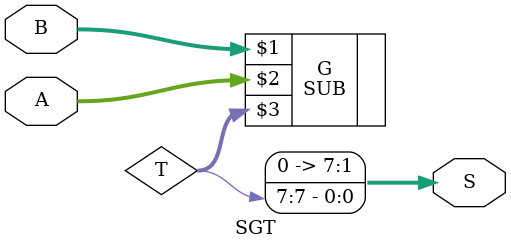
<source format=v>
`timescale 1ns / 1ps
module SGT #(parameter N = 8)
(
    input [N-1:0] A,
    input [N-1:0] B,
    output [N-1:0] S
);
	 wire [N-1:0] T;
	 
	 SUB #(N) G(B, A, T);
	 
	 assign S[0] = T[N-1];
	 assign S[N-1:1] = 31'b0;
	 
endmodule

</source>
